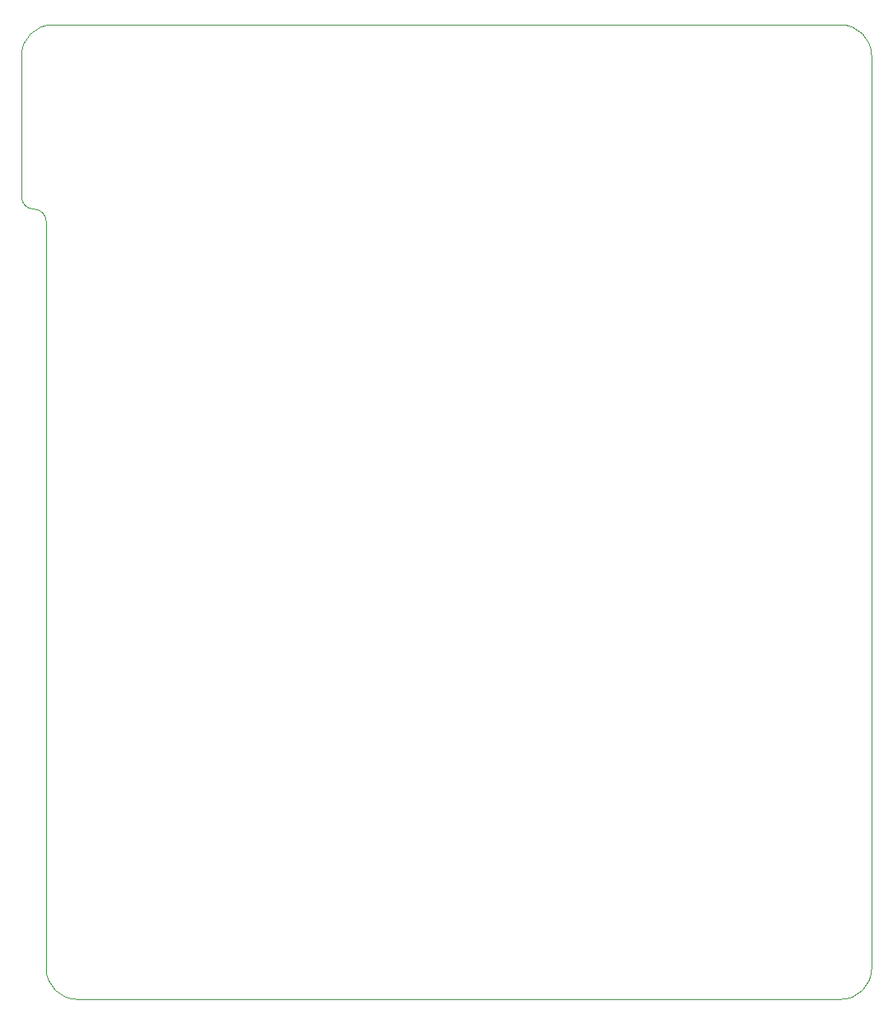
<source format=gbr>
G04 #@! TF.GenerationSoftware,KiCad,Pcbnew,(5.1.9)-1*
G04 #@! TF.CreationDate,2021-09-13T16:43:52+01:00*
G04 #@! TF.ProjectId,Greaseweazle F1 Plus Rev 1.1,47726561-7365-4776-9561-7a6c65204631,1*
G04 #@! TF.SameCoordinates,PX6312cb0PY6bcb370*
G04 #@! TF.FileFunction,Profile,NP*
%FSLAX46Y46*%
G04 Gerber Fmt 4.6, Leading zero omitted, Abs format (unit mm)*
G04 Created by KiCad (PCBNEW (5.1.9)-1) date 2021-09-13 16:43:52*
%MOMM*%
%LPD*%
G01*
G04 APERTURE LIST*
G04 #@! TA.AperFunction,Profile*
%ADD10C,0.050000*%
G04 #@! TD*
G04 APERTURE END LIST*
D10*
X-11175990Y72263000D02*
G75*
G02*
X-8001000Y75438000I3175000J0D01*
G01*
X-5461000Y-24638000D02*
G75*
G02*
X-8636000Y-21463010I0J3175000D01*
G01*
X76200000Y-21463010D02*
G75*
G02*
X73025010Y-24638010I-3175000J0D01*
G01*
X-9906000Y56515000D02*
G75*
G02*
X-8636000Y55245000I0J-1270000D01*
G01*
X-9906000Y56515000D02*
G75*
G02*
X-11176000Y57785000I0J1270000D01*
G01*
X-11175990Y72263000D02*
X-11176000Y57785000D01*
X73025010Y-24638010D02*
X-5461000Y-24638000D01*
X76200000Y72263010D02*
X76200000Y-21463010D01*
X73025000Y75438000D02*
G75*
G02*
X76200000Y72263010I0J-3175000D01*
G01*
X-8001000Y75438000D02*
X73025000Y75438000D01*
X-8636000Y55245000D02*
X-8636000Y-21463010D01*
M02*

</source>
